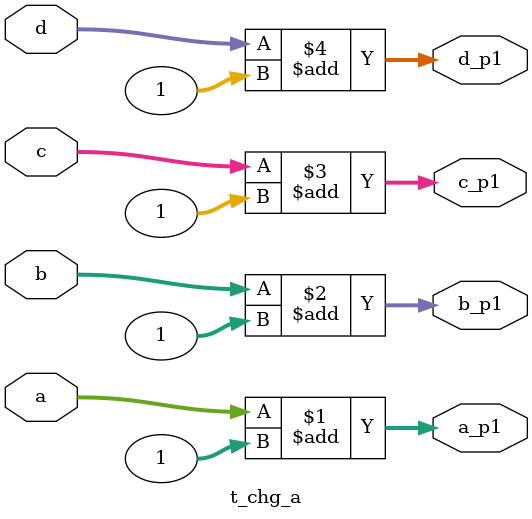
<source format=v>

module t_chg (/*AUTOARG*/
   // Outputs
   passed, 
   // Inputs
   clk, fastclk
   );

   input clk;
   input fastclk;	// surefire lint_off_line UDDIXN
   output passed;  reg passed; initial passed = 0;

   integer _mode;  initial _mode=0;

   reg  [31:0] ord1; initial ord1 = 32'h1111;
   wire [31:0] ord2;
   reg  [31:0] ord3;
   wire [31:0] ord4;
   wire [31:0] ord5;
   wire [31:0] ord6;
   wire [31:0] ord7;

   // verilator lint_off UNOPT
   t_chg_a a (
	      .a(ord1), .a_p1(ord2),
	      .b(ord4), .b_p1(ord5),
	      .c(ord3), .c_p1(ord4),
	      .d(ord6), .d_p1(ord7)
	      );

   // surefire lint_off ASWEMB
   assign      ord6 = ord5 + 1;
   // verilator lint_on UNOPT

   always @ (/*AS*/ord2) ord3 = ord2 + 1;

   always @ (fastclk) begin // surefire lint_off_line ALWLTR ALWMTR
      if (_mode==1) begin
	 //$write("[%0t] t_chg: %d: Values: %x %x %x %x %x %x %x\n",$time,fastclk,ord1,ord2,ord3,ord4,ord5,ord6,ord7);
	 //if (ord2 == 2 && ord7 != 7) $stop;
      end
   end

   always @ (posedge clk) begin
      if (_mode==0) begin
	 $write("[%0t] t_chg: Running\n", $time);
	 _mode<=1;
	 ord1 <= 1;
      end
      else if (_mode==1) begin
	 _mode<=2;
	 if (ord7 !== 7) $stop;
	 $write("[%0t] t_chg: Passed\n", $time);
	 passed <= 1'b1;
      end
   end

endmodule

module t_chg_a (/*AUTOARG*/
   // Outputs
   a_p1, b_p1, c_p1, d_p1, 
   // Inputs
   a, b, c, d
   );
   input [31:0] a;   output [31:0] a_p1;  wire [31:0] a_p1 = a + 1;
   input [31:0] b;   output [31:0] b_p1;  wire [31:0] b_p1 = b + 1;
   input [31:0] c;   output [31:0] c_p1;  wire [31:0] c_p1 = c + 1;
   input [31:0] d;   output [31:0] d_p1;  wire [31:0] d_p1 = d + 1;
endmodule

</source>
